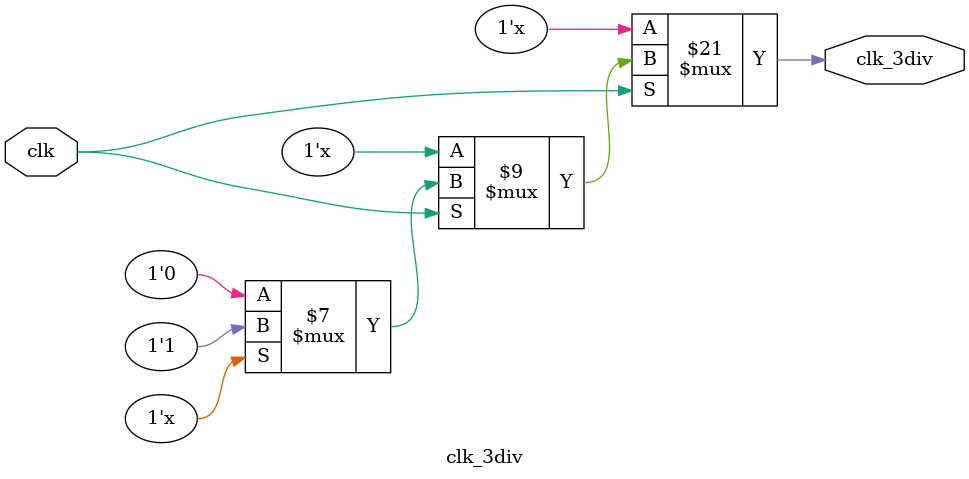
<source format=v>
`timescale 1ns / 1ps


module clk_3div(input clk, output reg clk_3div);

integer count;

initial begin
    count  = 0;
    clk_3div = 0;
end

always @(clk) begin
    if(clk) begin
        if(count < 2) begin
            count = count + 1;
            clk_3div = 1;
        end
        else begin
            count = 0;
            clk_3div = 0;
        end
    end
end

endmodule


</source>
